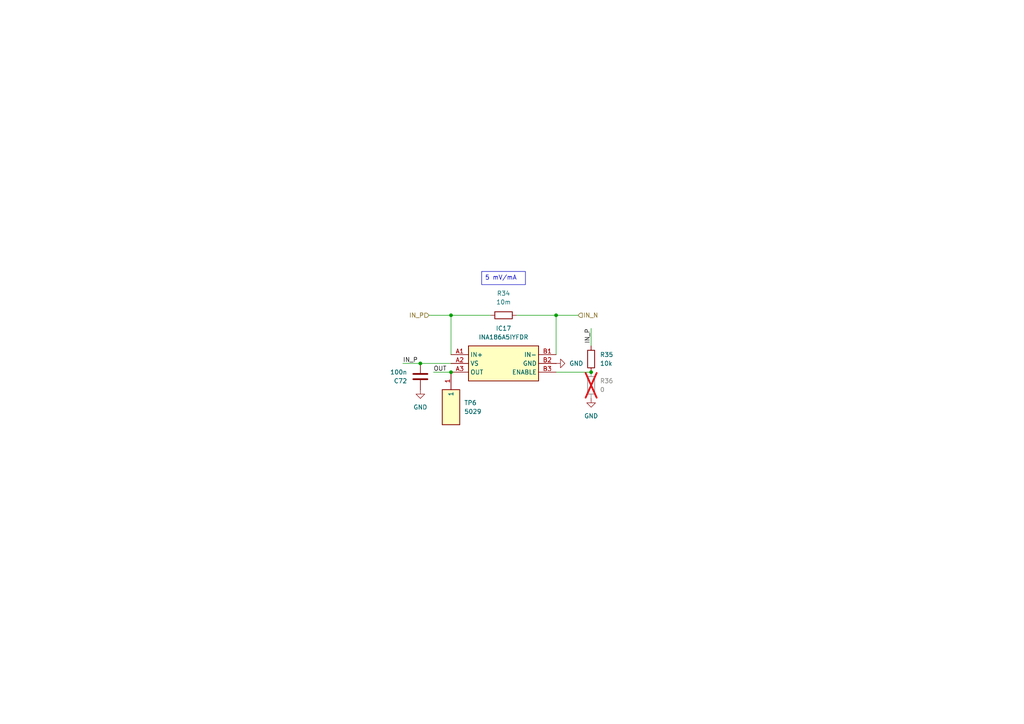
<source format=kicad_sch>
(kicad_sch (version 20231120) (generator "eeschema") (generator_version "8.0")
  (paper "A4")
  (title_block (title "Open Running Watch") (rev "A"))
  (lib_symbols
    (symbol "5029:5029"
      (property "Reference" "TP" (at 16.51 7.62 0))
      (property "Value" "5029" (at 16.51 5.08 0))
      (symbol "5029_1_1"
        (rectangle (start 5.08 2.54) (end 15.24 -2.54) (stroke (width 0.254)) (fill (type background)))
        (pin passive line (at 0 0 0) (length 5.08) (name "1") (number "1"))
      )
    )
    (symbol "Device:C" (pin_numbers hide) (pin_names (offset 0.254))
      (property "Reference" "C" (at 0.635 2.54 0))
      (property "Value" "C" (at 0.635 -2.54 0))
      (symbol "C_0_1"
        (polyline (pts (xy -2.032 -0.762) (xy 2.032 -0.762)) (stroke (width 0.508)))
        (polyline (pts (xy -2.032 0.762) (xy 2.032 0.762)) (stroke (width 0.508)))
      )
      (symbol "C_1_1"
        (pin passive line (at 0 3.81 270) (length 2.794) (name "~") (number "1"))
        (pin passive line (at 0 -3.81 90) (length 2.794) (name "~") (number "2"))
      )
    )
    (symbol "Device:R" (pin_numbers hide) (pin_names (offset 0))
      (property "Reference" "R" (at 2.032 0 90))
      (property "Value" "R" (at 0 0 90))
      (symbol "R_0_1"
        (rectangle (start -1.016 -2.54) (end 1.016 2.54) (stroke (width 0.254)))
      )
      (symbol "R_1_1"
        (pin passive line (at 0 3.81 270) (length 1.27) (name "~") (number "1"))
        (pin passive line (at 0 -3.81 90) (length 1.27) (name "~") (number "2"))
      )
    )
    (symbol "INA186A5IYFDR:INA186A5IYFDR"
      (property "Reference" "IC" (at 26.67 7.62 0))
      (property "Value" "INA186A5IYFDR" (at 26.67 5.08 0))
      (symbol "INA186A5IYFDR_1_1"
        (rectangle (start 5.08 2.54) (end 25.4 -7.62) (stroke (width 0.254)) (fill (type background)))
        (pin passive line (at 0 0 0) (length 5.08) (name "IN+") (number "A1"))
        (pin passive line (at 0 -2.54 0) (length 5.08) (name "VS") (number "A2"))
        (pin passive line (at 0 -5.08 0) (length 5.08) (name "OUT") (number "A3"))
        (pin passive line (at 30.48 0 180) (length 5.08) (name "IN-") (number "B1"))
        (pin passive line (at 30.48 -2.54 180) (length 5.08) (name "GND") (number "B2"))
        (pin passive line (at 30.48 -5.08 180) (length 5.08) (name "ENABLE") (number "B3"))
      )
    )
    (symbol "power:GND" (power) (pin_numbers hide) (pin_names (offset 0) hide)
      (property "Value" "GND" (at 0 -3.81 0))
      (symbol "GND_0_1"
        (polyline (pts (xy 0 0) (xy 0 -1.27) (xy 1.27 -1.27) (xy 0 -2.54) (xy -1.27 -1.27) (xy 0 -1.27)))
      )
      (symbol "GND_1_1"
        (pin power_in line (at 0 0 270) (length 0) (name "~") (number "1"))
      )
    )
  )
  (junction (at 121.92 105.41))
  (junction (at 171.45 107.95))
  (junction (at 130.81 91.44))
  (junction (at 161.29 91.44))
  (junction (at 130.81 107.95))
  (wire (pts (xy 149.86 91.44) (xy 161.29 91.44)))
  (wire (pts (xy 130.81 91.44) (xy 142.24 91.44)))
  (wire (pts (xy 167.64 91.44) (xy 161.29 91.44)))
  (wire (pts (xy 161.29 91.44) (xy 161.29 102.87)))
  (wire (pts (xy 124.46 91.44) (xy 130.81 91.44)))
  (wire (pts (xy 171.45 100.33) (xy 171.45 95.25)))
  (wire (pts (xy 130.81 102.87) (xy 130.81 91.44)))
  (wire (pts (xy 125.73 107.95) (xy 130.81 107.95)))
  (wire (pts (xy 116.84 105.41) (xy 121.92 105.41)))
  (wire (pts (xy 161.29 107.95) (xy 171.45 107.95)))
  (wire (pts (xy 121.92 105.41) (xy 130.81 105.41)))
  (text_box "5 mV/mA" (at 139.7 78.74 0) (size 12.7 3.81) (effects (font (size 1.27 1.27)) (justify left top)))
  (label "IN_P" (at 171.45 95.25 270))
  (label "OUT" (at 125.73 107.95 0))
  (label "IN_P" (at 116.84 105.41 0))
  (hierarchical_label "IN_N" (shape input) (at 167.64 91.44 0))
  (hierarchical_label "IN_P" (shape input) (at 124.46 91.44 180))
  (symbol (lib_id "power:GND") (at 171.45 115.57 0) (unit 1)
    (property "Reference" "#PWR0137" (effects (hide yes)))
    (property "Value" "GND" (at 171.45 120.65 0))
    (property "Description" "Power symbol creates a global label with name \"GND\" , ground" (effects (hide yes)))
    (instances (project "open-running-watch" (path "" (reference "#PWR0137") (unit 1)) (path "" (reference "#PWR0140") (unit 1)) (path "" (reference "#PWR0143") (unit 1)) (path "" (reference "#PWR0146") (unit 1)) (path "" (reference "#PWR0149") (unit 1)) (path "" (reference "#PWR0153") (unit 1)) (path "" (reference "#PWR0156") (unit 1))))
  )
  (symbol (lib_id "Device:C") (at 121.92 109.22 180) (unit 1)
    (property "Reference" "C72" (at 118.11 110.4901 0) (effects (justify left)))
    (property "Value" "100n" (at 118.11 107.9501 0) (effects (justify left)))
    (property "Footprint" "Capacitor_SMD:C_0402_1005Metric_Pad0.74x0.62mm_HandSolder" (effects (hide yes)))
    (property "Description" "Unpolarized capacitor" (effects (hide yes)))
    (property "Manufacturer_Part_Number" "GRM155R71A104MA01D " (effects (hide yes)))
    (instances (project "open-running-watch" (path "" (reference "C72") (unit 1)) (path "" (reference "C73") (unit 1)) (path "" (reference "C74") (unit 1)) (path "" (reference "C75") (unit 1)) (path "" (reference "C76") (unit 1)) (path "" (reference "C77") (unit 1)) (path "" (reference "C78") (unit 1))))
  )
  (symbol (lib_id "power:GND") (at 161.29 105.41 90) (unit 1)
    (property "Reference" "#PWR0136" (effects (hide yes)))
    (property "Value" "GND" (at 165.1 105.4099 90) (effects (justify right)))
    (property "Description" "Power symbol creates a global label with name \"GND\" , ground" (effects (hide yes)))
    (instances (project "open-running-watch" (path "" (reference "#PWR0136") (unit 1)) (path "" (reference "#PWR0139") (unit 1)) (path "" (reference "#PWR0142") (unit 1)) (path "" (reference "#PWR0145") (unit 1)) (path "" (reference "#PWR0148") (unit 1)) (path "" (reference "#PWR0152") (unit 1)) (path "" (reference "#PWR0155") (unit 1))))
  )
  (symbol (lib_id "Device:R") (at 146.05 91.44 90) (unit 1)
    (property "Reference" "R34" (at 146.05 85.09 90))
    (property "Value" "10m" (at 146.05 87.63 90))
    (property "Footprint" "Resistor_SMD:R_1206_3216Metric_Pad1.30x1.75mm_HandSolder" (effects (hide yes)))
    (property "Description" "Resistor" (effects (hide yes)))
    (property "Manufacturer_Part_Number" "CRF1206-FZ-R010ELF" (effects (hide yes)))
    (instances (project "open-running-watch" (path "" (reference "R34") (unit 1)) (path "" (reference "R37") (unit 1)) (path "" (reference "R40") (unit 1)) (path "" (reference "R43") (unit 1)) (path "" (reference "R46") (unit 1)) (path "" (reference "R50") (unit 1)) (path "" (reference "R53") (unit 1))))
  )
  (symbol (lib_id "5029:5029") (at 130.81 107.95 270) (unit 1)
    (property "Reference" "TP6" (at 134.62 116.8399 90) (effects (justify left)))
    (property "Value" "5029" (at 134.62 119.3799 90) (effects (justify left)))
    (property "Footprint" "5029:5029" (effects (hide yes)))
    (property "Description" "Circuit Board Hardware - PCB SM TEST POINT COMPACT T/R" (effects (hide yes)))
    (property "Mouser Part Number" "534-5029" (effects (hide yes)))
    (property "Mouser Price/Stock" "https://www.mouser.co.uk/ProductDetail/Keystone-Electronics/5029?qs=wOxb8XianXh%2Ff71o5iC0fw%3D%3D" (effects (hide yes)))
    (property "Manufacturer_Name" "Keystone Electronics" (effects (hide yes)))
    (property "Manufacturer_Part_Number" "5029" (effects (hide yes)))
    (instances (project "open-running-watch" (path "" (reference "TP6") (unit 1)) (path "" (reference "TP1") (unit 1)) (path "" (reference "TP2") (unit 1)) (path "" (reference "TP3") (unit 1)) (path "" (reference "TP4") (unit 1)) (path "" (reference "TP5") (unit 1)) (path "" (reference "TP7") (unit 1))))
  )
  (symbol (lib_id "INA186A5IYFDR:INA186A5IYFDR") (at 130.81 102.87 0) (unit 1)
    (property "Reference" "IC17" (at 146.05 95.25 0))
    (property "Value" "INA186A5IYFDR" (at 146.05 97.79 0))
    (property "Footprint" "INA186A5IYFDR:BGA6C40P3X2_117X76X40" (effects (hide yes)))
    (property "Datasheet" "https://www.ti.com/lit/ds/symlink/ina186.pdf?ts=1637567624998&ref_url=https%253A%252F%252Fwww.google.com%252F" (effects (hide yes)))
    (property "Description" "Current Sense Amplifiers 40-V, bidirectional, high-precision current sense amplifier with picoamp input bias & ENABLE" (effects (hide yes)))
    (property "Height" "0.4" (effects (hide yes)))
    (property "Mouser Part Number" "595-INA186A5IYFDR" (effects (hide yes)))
    (property "Mouser Price/Stock" "https://www.mouser.co.uk/ProductDetail/Texas-Instruments/INA186A5IYFDR?qs=Wj%2FVkw3K%252BMDEziPhnu3%2Fjg%3D%3D" (effects (hide yes)))
    (property "Manufacturer_Name" "Texas Instruments" (effects (hide yes)))
    (property "Manufacturer_Part_Number" "INA186A5IYFDR" (effects (hide yes)))
    (instances (project "open-running-watch" (path "" (reference "IC17") (unit 1)) (path "" (reference "IC14") (unit 1)) (path "" (reference "IC15") (unit 1)) (path "" (reference "IC16") (unit 1)) (path "" (reference "IC18") (unit 1)) (path "" (reference "IC19") (unit 1)) (path "" (reference "IC20") (unit 1))))
  )
  (symbol (lib_id "Device:R") (at 171.45 104.14 0) (unit 1)
    (property "Reference" "R35" (at 173.99 102.8699 0) (effects (justify left)))
    (property "Value" "10k" (at 173.99 105.4099 0) (effects (justify left)))
    (property "Footprint" "Resistor_SMD:R_0402_1005Metric_Pad0.72x0.64mm_HandSolder" (effects (hide yes)))
    (property "Description" "Resistor" (effects (hide yes)))
    (property "Manufacturer_Part_Number" " RC0402JR-0710KP" (effects (hide yes)))
    (instances (project "open-running-watch" (path "" (reference "R35") (unit 1)) (path "" (reference "R38") (unit 1)) (path "" (reference "R41") (unit 1)) (path "" (reference "R44") (unit 1)) (path "" (reference "R47") (unit 1)) (path "" (reference "R51") (unit 1)) (path "" (reference "R54") (unit 1))))
  )
  (symbol (lib_id "power:GND") (at 121.92 113.03 0) (unit 1)
    (property "Reference" "#PWR0135" (effects (hide yes)))
    (property "Value" "GND" (at 121.92 118.11 0))
    (property "Description" "Power symbol creates a global label with name \"GND\" , ground" (effects (hide yes)))
    (instances (project "open-running-watch" (path "" (reference "#PWR0135") (unit 1)) (path "" (reference "#PWR0138") (unit 1)) (path "" (reference "#PWR0141") (unit 1)) (path "" (reference "#PWR0144") (unit 1)) (path "" (reference "#PWR0147") (unit 1)) (path "" (reference "#PWR0151") (unit 1)) (path "" (reference "#PWR0154") (unit 1))))
  )
  (symbol (lib_id "Device:R") (at 171.45 111.76 0) (unit 1) (dnp yes)
    (property "Reference" "R36" (at 173.99 110.4899 0) (effects (justify left)))
    (property "Value" "0" (at 173.99 113.0299 0) (effects (justify left)))
    (property "Footprint" "Resistor_SMD:R_0402_1005Metric_Pad0.72x0.64mm_HandSolder" (effects (hide yes)))
    (property "Description" "Resistor" (effects (hide yes)))
    (property "Manufacturer_Part_Number" "AC0402JR-7D0RL" (effects (hide yes)))
    (instances (project "open-running-watch" (path "" (reference "R36") (unit 1)) (path "" (reference "R39") (unit 1)) (path "" (reference "R42") (unit 1)) (path "" (reference "R45") (unit 1)) (path "" (reference "R48") (unit 1)) (path "" (reference "R52") (unit 1)) (path "" (reference "R55") (unit 1))))
  )
)
</source>
